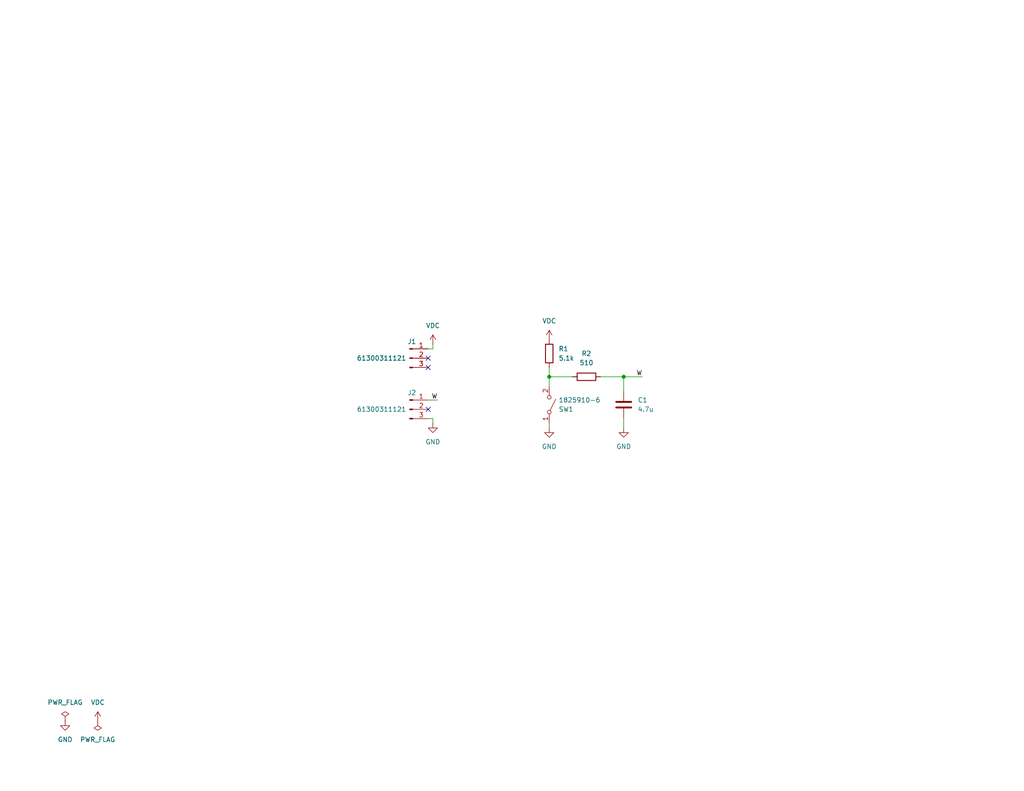
<source format=kicad_sch>
(kicad_sch
	(version 20250114)
	(generator "eeschema")
	(generator_version "9.0")
	(uuid "63e67176-09cf-49e3-81d0-f2af7ec7885d")
	(paper "USLetter")
	(title_block
		(title "SW")
		(date "2025-04-02")
		(rev "1")
	)
	(lib_symbols
		(symbol "Connector:Conn_01x03_Pin"
			(pin_names
				(offset 1.016)
				(hide yes)
			)
			(exclude_from_sim no)
			(in_bom yes)
			(on_board yes)
			(property "Reference" "J"
				(at 0 5.08 0)
				(effects
					(font
						(size 1.27 1.27)
					)
				)
			)
			(property "Value" "Conn_01x03_Pin"
				(at 0 -5.08 0)
				(effects
					(font
						(size 1.27 1.27)
					)
				)
			)
			(property "Footprint" ""
				(at 0 0 0)
				(effects
					(font
						(size 1.27 1.27)
					)
					(hide yes)
				)
			)
			(property "Datasheet" "~"
				(at 0 0 0)
				(effects
					(font
						(size 1.27 1.27)
					)
					(hide yes)
				)
			)
			(property "Description" "Generic connector, single row, 01x03, script generated"
				(at 0 0 0)
				(effects
					(font
						(size 1.27 1.27)
					)
					(hide yes)
				)
			)
			(property "ki_locked" ""
				(at 0 0 0)
				(effects
					(font
						(size 1.27 1.27)
					)
				)
			)
			(property "ki_keywords" "connector"
				(at 0 0 0)
				(effects
					(font
						(size 1.27 1.27)
					)
					(hide yes)
				)
			)
			(property "ki_fp_filters" "Connector*:*_1x??_*"
				(at 0 0 0)
				(effects
					(font
						(size 1.27 1.27)
					)
					(hide yes)
				)
			)
			(symbol "Conn_01x03_Pin_1_1"
				(rectangle
					(start 0.8636 2.667)
					(end 0 2.413)
					(stroke
						(width 0.1524)
						(type default)
					)
					(fill
						(type outline)
					)
				)
				(rectangle
					(start 0.8636 0.127)
					(end 0 -0.127)
					(stroke
						(width 0.1524)
						(type default)
					)
					(fill
						(type outline)
					)
				)
				(rectangle
					(start 0.8636 -2.413)
					(end 0 -2.667)
					(stroke
						(width 0.1524)
						(type default)
					)
					(fill
						(type outline)
					)
				)
				(polyline
					(pts
						(xy 1.27 2.54) (xy 0.8636 2.54)
					)
					(stroke
						(width 0.1524)
						(type default)
					)
					(fill
						(type none)
					)
				)
				(polyline
					(pts
						(xy 1.27 0) (xy 0.8636 0)
					)
					(stroke
						(width 0.1524)
						(type default)
					)
					(fill
						(type none)
					)
				)
				(polyline
					(pts
						(xy 1.27 -2.54) (xy 0.8636 -2.54)
					)
					(stroke
						(width 0.1524)
						(type default)
					)
					(fill
						(type none)
					)
				)
				(pin passive line
					(at 5.08 2.54 180)
					(length 3.81)
					(name "Pin_1"
						(effects
							(font
								(size 1.27 1.27)
							)
						)
					)
					(number "1"
						(effects
							(font
								(size 1.27 1.27)
							)
						)
					)
				)
				(pin passive line
					(at 5.08 0 180)
					(length 3.81)
					(name "Pin_2"
						(effects
							(font
								(size 1.27 1.27)
							)
						)
					)
					(number "2"
						(effects
							(font
								(size 1.27 1.27)
							)
						)
					)
				)
				(pin passive line
					(at 5.08 -2.54 180)
					(length 3.81)
					(name "Pin_3"
						(effects
							(font
								(size 1.27 1.27)
							)
						)
					)
					(number "3"
						(effects
							(font
								(size 1.27 1.27)
							)
						)
					)
				)
			)
			(embedded_fonts no)
		)
		(symbol "Device:C"
			(pin_numbers
				(hide yes)
			)
			(pin_names
				(offset 0.254)
			)
			(exclude_from_sim no)
			(in_bom yes)
			(on_board yes)
			(property "Reference" "C"
				(at 0.635 2.54 0)
				(effects
					(font
						(size 1.27 1.27)
					)
					(justify left)
				)
			)
			(property "Value" "C"
				(at 0.635 -2.54 0)
				(effects
					(font
						(size 1.27 1.27)
					)
					(justify left)
				)
			)
			(property "Footprint" ""
				(at 0.9652 -3.81 0)
				(effects
					(font
						(size 1.27 1.27)
					)
					(hide yes)
				)
			)
			(property "Datasheet" "~"
				(at 0 0 0)
				(effects
					(font
						(size 1.27 1.27)
					)
					(hide yes)
				)
			)
			(property "Description" "Unpolarized capacitor"
				(at 0 0 0)
				(effects
					(font
						(size 1.27 1.27)
					)
					(hide yes)
				)
			)
			(property "ki_keywords" "cap capacitor"
				(at 0 0 0)
				(effects
					(font
						(size 1.27 1.27)
					)
					(hide yes)
				)
			)
			(property "ki_fp_filters" "C_*"
				(at 0 0 0)
				(effects
					(font
						(size 1.27 1.27)
					)
					(hide yes)
				)
			)
			(symbol "C_0_1"
				(polyline
					(pts
						(xy -2.032 0.762) (xy 2.032 0.762)
					)
					(stroke
						(width 0.508)
						(type default)
					)
					(fill
						(type none)
					)
				)
				(polyline
					(pts
						(xy -2.032 -0.762) (xy 2.032 -0.762)
					)
					(stroke
						(width 0.508)
						(type default)
					)
					(fill
						(type none)
					)
				)
			)
			(symbol "C_1_1"
				(pin passive line
					(at 0 3.81 270)
					(length 2.794)
					(name "~"
						(effects
							(font
								(size 1.27 1.27)
							)
						)
					)
					(number "1"
						(effects
							(font
								(size 1.27 1.27)
							)
						)
					)
				)
				(pin passive line
					(at 0 -3.81 90)
					(length 2.794)
					(name "~"
						(effects
							(font
								(size 1.27 1.27)
							)
						)
					)
					(number "2"
						(effects
							(font
								(size 1.27 1.27)
							)
						)
					)
				)
			)
			(embedded_fonts no)
		)
		(symbol "Device:R"
			(pin_numbers
				(hide yes)
			)
			(pin_names
				(offset 0)
			)
			(exclude_from_sim no)
			(in_bom yes)
			(on_board yes)
			(property "Reference" "R"
				(at 2.032 0 90)
				(effects
					(font
						(size 1.27 1.27)
					)
				)
			)
			(property "Value" "R"
				(at 0 0 90)
				(effects
					(font
						(size 1.27 1.27)
					)
				)
			)
			(property "Footprint" ""
				(at -1.778 0 90)
				(effects
					(font
						(size 1.27 1.27)
					)
					(hide yes)
				)
			)
			(property "Datasheet" "~"
				(at 0 0 0)
				(effects
					(font
						(size 1.27 1.27)
					)
					(hide yes)
				)
			)
			(property "Description" "Resistor"
				(at 0 0 0)
				(effects
					(font
						(size 1.27 1.27)
					)
					(hide yes)
				)
			)
			(property "ki_keywords" "R res resistor"
				(at 0 0 0)
				(effects
					(font
						(size 1.27 1.27)
					)
					(hide yes)
				)
			)
			(property "ki_fp_filters" "R_*"
				(at 0 0 0)
				(effects
					(font
						(size 1.27 1.27)
					)
					(hide yes)
				)
			)
			(symbol "R_0_1"
				(rectangle
					(start -1.016 -2.54)
					(end 1.016 2.54)
					(stroke
						(width 0.254)
						(type default)
					)
					(fill
						(type none)
					)
				)
			)
			(symbol "R_1_1"
				(pin passive line
					(at 0 3.81 270)
					(length 1.27)
					(name "~"
						(effects
							(font
								(size 1.27 1.27)
							)
						)
					)
					(number "1"
						(effects
							(font
								(size 1.27 1.27)
							)
						)
					)
				)
				(pin passive line
					(at 0 -3.81 90)
					(length 1.27)
					(name "~"
						(effects
							(font
								(size 1.27 1.27)
							)
						)
					)
					(number "2"
						(effects
							(font
								(size 1.27 1.27)
							)
						)
					)
				)
			)
			(embedded_fonts no)
		)
		(symbol "Switch:SW_SPST"
			(pin_names
				(offset 0)
				(hide yes)
			)
			(exclude_from_sim no)
			(in_bom yes)
			(on_board yes)
			(property "Reference" "SW"
				(at 0 3.175 0)
				(effects
					(font
						(size 1.27 1.27)
					)
				)
			)
			(property "Value" "SW_SPST"
				(at 0 -2.54 0)
				(effects
					(font
						(size 1.27 1.27)
					)
				)
			)
			(property "Footprint" ""
				(at 0 0 0)
				(effects
					(font
						(size 1.27 1.27)
					)
					(hide yes)
				)
			)
			(property "Datasheet" "~"
				(at 0 0 0)
				(effects
					(font
						(size 1.27 1.27)
					)
					(hide yes)
				)
			)
			(property "Description" "Single Pole Single Throw (SPST) switch"
				(at 0 0 0)
				(effects
					(font
						(size 1.27 1.27)
					)
					(hide yes)
				)
			)
			(property "ki_keywords" "switch lever"
				(at 0 0 0)
				(effects
					(font
						(size 1.27 1.27)
					)
					(hide yes)
				)
			)
			(symbol "SW_SPST_0_0"
				(circle
					(center -2.032 0)
					(radius 0.508)
					(stroke
						(width 0)
						(type default)
					)
					(fill
						(type none)
					)
				)
				(polyline
					(pts
						(xy -1.524 0.254) (xy 1.524 1.778)
					)
					(stroke
						(width 0)
						(type default)
					)
					(fill
						(type none)
					)
				)
				(circle
					(center 2.032 0)
					(radius 0.508)
					(stroke
						(width 0)
						(type default)
					)
					(fill
						(type none)
					)
				)
			)
			(symbol "SW_SPST_1_1"
				(pin passive line
					(at -5.08 0 0)
					(length 2.54)
					(name "A"
						(effects
							(font
								(size 1.27 1.27)
							)
						)
					)
					(number "1"
						(effects
							(font
								(size 1.27 1.27)
							)
						)
					)
				)
				(pin passive line
					(at 5.08 0 180)
					(length 2.54)
					(name "B"
						(effects
							(font
								(size 1.27 1.27)
							)
						)
					)
					(number "2"
						(effects
							(font
								(size 1.27 1.27)
							)
						)
					)
				)
			)
			(embedded_fonts no)
		)
		(symbol "power:GND"
			(power)
			(pin_numbers
				(hide yes)
			)
			(pin_names
				(offset 0)
				(hide yes)
			)
			(exclude_from_sim no)
			(in_bom yes)
			(on_board yes)
			(property "Reference" "#PWR"
				(at 0 -6.35 0)
				(effects
					(font
						(size 1.27 1.27)
					)
					(hide yes)
				)
			)
			(property "Value" "GND"
				(at 0 -3.81 0)
				(effects
					(font
						(size 1.27 1.27)
					)
				)
			)
			(property "Footprint" ""
				(at 0 0 0)
				(effects
					(font
						(size 1.27 1.27)
					)
					(hide yes)
				)
			)
			(property "Datasheet" ""
				(at 0 0 0)
				(effects
					(font
						(size 1.27 1.27)
					)
					(hide yes)
				)
			)
			(property "Description" "Power symbol creates a global label with name \"GND\" , ground"
				(at 0 0 0)
				(effects
					(font
						(size 1.27 1.27)
					)
					(hide yes)
				)
			)
			(property "ki_keywords" "global power"
				(at 0 0 0)
				(effects
					(font
						(size 1.27 1.27)
					)
					(hide yes)
				)
			)
			(symbol "GND_0_1"
				(polyline
					(pts
						(xy 0 0) (xy 0 -1.27) (xy 1.27 -1.27) (xy 0 -2.54) (xy -1.27 -1.27) (xy 0 -1.27)
					)
					(stroke
						(width 0)
						(type default)
					)
					(fill
						(type none)
					)
				)
			)
			(symbol "GND_1_1"
				(pin power_in line
					(at 0 0 270)
					(length 0)
					(name "~"
						(effects
							(font
								(size 1.27 1.27)
							)
						)
					)
					(number "1"
						(effects
							(font
								(size 1.27 1.27)
							)
						)
					)
				)
			)
			(embedded_fonts no)
		)
		(symbol "power:PWR_FLAG"
			(power)
			(pin_numbers
				(hide yes)
			)
			(pin_names
				(offset 0)
				(hide yes)
			)
			(exclude_from_sim no)
			(in_bom yes)
			(on_board yes)
			(property "Reference" "#FLG"
				(at 0 1.905 0)
				(effects
					(font
						(size 1.27 1.27)
					)
					(hide yes)
				)
			)
			(property "Value" "PWR_FLAG"
				(at 0 3.81 0)
				(effects
					(font
						(size 1.27 1.27)
					)
				)
			)
			(property "Footprint" ""
				(at 0 0 0)
				(effects
					(font
						(size 1.27 1.27)
					)
					(hide yes)
				)
			)
			(property "Datasheet" "~"
				(at 0 0 0)
				(effects
					(font
						(size 1.27 1.27)
					)
					(hide yes)
				)
			)
			(property "Description" "Special symbol for telling ERC where power comes from"
				(at 0 0 0)
				(effects
					(font
						(size 1.27 1.27)
					)
					(hide yes)
				)
			)
			(property "ki_keywords" "flag power"
				(at 0 0 0)
				(effects
					(font
						(size 1.27 1.27)
					)
					(hide yes)
				)
			)
			(symbol "PWR_FLAG_0_0"
				(pin power_out line
					(at 0 0 90)
					(length 0)
					(name "~"
						(effects
							(font
								(size 1.27 1.27)
							)
						)
					)
					(number "1"
						(effects
							(font
								(size 1.27 1.27)
							)
						)
					)
				)
			)
			(symbol "PWR_FLAG_0_1"
				(polyline
					(pts
						(xy 0 0) (xy 0 1.27) (xy -1.016 1.905) (xy 0 2.54) (xy 1.016 1.905) (xy 0 1.27)
					)
					(stroke
						(width 0)
						(type default)
					)
					(fill
						(type none)
					)
				)
			)
			(embedded_fonts no)
		)
		(symbol "power:VDC"
			(power)
			(pin_numbers
				(hide yes)
			)
			(pin_names
				(offset 0)
				(hide yes)
			)
			(exclude_from_sim no)
			(in_bom yes)
			(on_board yes)
			(property "Reference" "#PWR"
				(at 0 -3.81 0)
				(effects
					(font
						(size 1.27 1.27)
					)
					(hide yes)
				)
			)
			(property "Value" "VDC"
				(at 0 3.556 0)
				(effects
					(font
						(size 1.27 1.27)
					)
				)
			)
			(property "Footprint" ""
				(at 0 0 0)
				(effects
					(font
						(size 1.27 1.27)
					)
					(hide yes)
				)
			)
			(property "Datasheet" ""
				(at 0 0 0)
				(effects
					(font
						(size 1.27 1.27)
					)
					(hide yes)
				)
			)
			(property "Description" "Power symbol creates a global label with name \"VDC\""
				(at 0 0 0)
				(effects
					(font
						(size 1.27 1.27)
					)
					(hide yes)
				)
			)
			(property "ki_keywords" "global power"
				(at 0 0 0)
				(effects
					(font
						(size 1.27 1.27)
					)
					(hide yes)
				)
			)
			(symbol "VDC_0_1"
				(polyline
					(pts
						(xy -0.762 1.27) (xy 0 2.54)
					)
					(stroke
						(width 0)
						(type default)
					)
					(fill
						(type none)
					)
				)
				(polyline
					(pts
						(xy 0 2.54) (xy 0.762 1.27)
					)
					(stroke
						(width 0)
						(type default)
					)
					(fill
						(type none)
					)
				)
				(polyline
					(pts
						(xy 0 0) (xy 0 2.54)
					)
					(stroke
						(width 0)
						(type default)
					)
					(fill
						(type none)
					)
				)
			)
			(symbol "VDC_1_1"
				(pin power_in line
					(at 0 0 90)
					(length 0)
					(name "~"
						(effects
							(font
								(size 1.27 1.27)
							)
						)
					)
					(number "1"
						(effects
							(font
								(size 1.27 1.27)
							)
						)
					)
				)
			)
			(embedded_fonts no)
		)
	)
	(junction
		(at 170.18 102.87)
		(diameter 0)
		(color 0 0 0 0)
		(uuid "7115c2da-25db-43b3-9a02-5f51fa91f23c")
	)
	(junction
		(at 149.86 102.87)
		(diameter 0)
		(color 0 0 0 0)
		(uuid "d410432d-b006-47c7-8fae-84db44469db5")
	)
	(no_connect
		(at 116.84 100.33)
		(uuid "15064ceb-e254-4786-b48d-e085efffbc88")
	)
	(no_connect
		(at 116.84 97.79)
		(uuid "61154001-1466-4ab5-a3a3-8a246be46095")
	)
	(no_connect
		(at 116.84 111.76)
		(uuid "dff6aa83-9055-4a5b-b701-7918c38ab41c")
	)
	(wire
		(pts
			(xy 149.86 100.33) (xy 149.86 102.87)
		)
		(stroke
			(width 0)
			(type default)
		)
		(uuid "4ff8d4ee-73e4-458f-b92b-da52b931fe5e")
	)
	(wire
		(pts
			(xy 163.83 102.87) (xy 170.18 102.87)
		)
		(stroke
			(width 0)
			(type default)
		)
		(uuid "5d01f398-ab95-46e7-8471-efd12d2c52d3")
	)
	(wire
		(pts
			(xy 170.18 102.87) (xy 170.18 106.68)
		)
		(stroke
			(width 0)
			(type default)
		)
		(uuid "61b4058c-cbeb-41f5-92b5-fe9385988445")
	)
	(wire
		(pts
			(xy 149.86 116.84) (xy 149.86 115.57)
		)
		(stroke
			(width 0)
			(type default)
		)
		(uuid "6bd92410-bdf2-4d73-b1fe-1fc240368658")
	)
	(wire
		(pts
			(xy 175.26 102.87) (xy 170.18 102.87)
		)
		(stroke
			(width 0)
			(type default)
		)
		(uuid "766f548d-0043-4f34-afcd-976816b1fdd7")
	)
	(wire
		(pts
			(xy 116.84 114.3) (xy 118.11 114.3)
		)
		(stroke
			(width 0)
			(type default)
		)
		(uuid "76e31187-de84-411e-ba78-53896cd092be")
	)
	(wire
		(pts
			(xy 118.11 114.3) (xy 118.11 115.57)
		)
		(stroke
			(width 0)
			(type default)
		)
		(uuid "7971da13-2b8e-4973-a113-a56498576ba9")
	)
	(wire
		(pts
			(xy 119.38 109.22) (xy 116.84 109.22)
		)
		(stroke
			(width 0)
			(type default)
		)
		(uuid "7e20632b-28cd-4a87-b5ef-3cfa68b49a21")
	)
	(wire
		(pts
			(xy 118.11 95.25) (xy 116.84 95.25)
		)
		(stroke
			(width 0)
			(type default)
		)
		(uuid "840c4748-dc74-4993-9b2e-7498fe2b30f8")
	)
	(wire
		(pts
			(xy 170.18 116.84) (xy 170.18 114.3)
		)
		(stroke
			(width 0)
			(type default)
		)
		(uuid "910f209f-171e-4e60-bc83-f2c75f8cfeea")
	)
	(wire
		(pts
			(xy 149.86 102.87) (xy 149.86 105.41)
		)
		(stroke
			(width 0)
			(type default)
		)
		(uuid "d0952439-6dc9-44c7-9ae6-cdc66433fb94")
	)
	(wire
		(pts
			(xy 149.86 102.87) (xy 156.21 102.87)
		)
		(stroke
			(width 0)
			(type default)
		)
		(uuid "d40ae9d5-594f-4df0-9190-11d620724bb9")
	)
	(wire
		(pts
			(xy 118.11 93.98) (xy 118.11 95.25)
		)
		(stroke
			(width 0)
			(type default)
		)
		(uuid "fb747f42-3170-4ac2-9fc5-60ba688c1ea8")
	)
	(label "W"
		(at 119.38 109.22 180)
		(effects
			(font
				(size 1.27 1.27)
			)
			(justify right bottom)
		)
		(uuid "06d7f115-ef02-4d9d-9c00-6b0c0683b1b6")
	)
	(label "W"
		(at 175.26 102.87 180)
		(effects
			(font
				(size 1.27 1.27)
			)
			(justify right bottom)
		)
		(uuid "d77fe9c6-8725-4695-a9ac-e3373bb87583")
	)
	(symbol
		(lib_id "power:GND")
		(at 149.86 116.84 0)
		(unit 1)
		(exclude_from_sim no)
		(in_bom yes)
		(on_board yes)
		(dnp no)
		(fields_autoplaced yes)
		(uuid "19f2d892-c117-4745-94f6-2c1525fa9dd2")
		(property "Reference" "#PWR08"
			(at 149.86 123.19 0)
			(effects
				(font
					(size 1.27 1.27)
				)
				(hide yes)
			)
		)
		(property "Value" "GND"
			(at 149.86 121.92 0)
			(effects
				(font
					(size 1.27 1.27)
				)
			)
		)
		(property "Footprint" ""
			(at 149.86 116.84 0)
			(effects
				(font
					(size 1.27 1.27)
				)
				(hide yes)
			)
		)
		(property "Datasheet" ""
			(at 149.86 116.84 0)
			(effects
				(font
					(size 1.27 1.27)
				)
				(hide yes)
			)
		)
		(property "Description" "Power symbol creates a global label with name \"GND\" , ground"
			(at 149.86 116.84 0)
			(effects
				(font
					(size 1.27 1.27)
				)
				(hide yes)
			)
		)
		(pin "1"
			(uuid "f99182f1-614e-430d-abae-49911bd5a35d")
		)
		(instances
			(project "SW"
				(path "/63e67176-09cf-49e3-81d0-f2af7ec7885d"
					(reference "#PWR08")
					(unit 1)
				)
			)
		)
	)
	(symbol
		(lib_id "power:PWR_FLAG")
		(at 17.78 196.85 0)
		(unit 1)
		(exclude_from_sim no)
		(in_bom yes)
		(on_board yes)
		(dnp no)
		(fields_autoplaced yes)
		(uuid "1d957e76-c1fd-44dd-b00e-8b1f25219896")
		(property "Reference" "#FLG01"
			(at 17.78 194.945 0)
			(effects
				(font
					(size 1.27 1.27)
				)
				(hide yes)
			)
		)
		(property "Value" "PWR_FLAG"
			(at 17.78 191.77 0)
			(effects
				(font
					(size 1.27 1.27)
				)
			)
		)
		(property "Footprint" ""
			(at 17.78 196.85 0)
			(effects
				(font
					(size 1.27 1.27)
				)
				(hide yes)
			)
		)
		(property "Datasheet" "~"
			(at 17.78 196.85 0)
			(effects
				(font
					(size 1.27 1.27)
				)
				(hide yes)
			)
		)
		(property "Description" "Special symbol for telling ERC where power comes from"
			(at 17.78 196.85 0)
			(effects
				(font
					(size 1.27 1.27)
				)
				(hide yes)
			)
		)
		(pin "1"
			(uuid "2bae2c8c-ddc2-4e86-8e68-c82dc09470a4")
		)
		(instances
			(project ""
				(path "/63e67176-09cf-49e3-81d0-f2af7ec7885d"
					(reference "#FLG01")
					(unit 1)
				)
			)
		)
	)
	(symbol
		(lib_id "power:VDC")
		(at 26.67 196.85 0)
		(unit 1)
		(exclude_from_sim no)
		(in_bom yes)
		(on_board yes)
		(dnp no)
		(fields_autoplaced yes)
		(uuid "20eee1f6-5306-4280-8f2a-257807fdd422")
		(property "Reference" "#PWR02"
			(at 26.67 200.66 0)
			(effects
				(font
					(size 1.27 1.27)
				)
				(hide yes)
			)
		)
		(property "Value" "VDC"
			(at 26.67 191.77 0)
			(effects
				(font
					(size 1.27 1.27)
				)
			)
		)
		(property "Footprint" ""
			(at 26.67 196.85 0)
			(effects
				(font
					(size 1.27 1.27)
				)
				(hide yes)
			)
		)
		(property "Datasheet" ""
			(at 26.67 196.85 0)
			(effects
				(font
					(size 1.27 1.27)
				)
				(hide yes)
			)
		)
		(property "Description" "Power symbol creates a global label with name \"VDC\""
			(at 26.67 196.85 0)
			(effects
				(font
					(size 1.27 1.27)
				)
				(hide yes)
			)
		)
		(pin "1"
			(uuid "2c6a3721-0a35-4cc1-b8cf-1771501eaed2")
		)
		(instances
			(project ""
				(path "/63e67176-09cf-49e3-81d0-f2af7ec7885d"
					(reference "#PWR02")
					(unit 1)
				)
			)
		)
	)
	(symbol
		(lib_id "power:GND")
		(at 17.78 196.85 0)
		(unit 1)
		(exclude_from_sim no)
		(in_bom yes)
		(on_board yes)
		(dnp no)
		(fields_autoplaced yes)
		(uuid "28db1a02-d061-4303-abc8-314bbfa8dc91")
		(property "Reference" "#PWR01"
			(at 17.78 203.2 0)
			(effects
				(font
					(size 1.27 1.27)
				)
				(hide yes)
			)
		)
		(property "Value" "GND"
			(at 17.78 201.93 0)
			(effects
				(font
					(size 1.27 1.27)
				)
			)
		)
		(property "Footprint" ""
			(at 17.78 196.85 0)
			(effects
				(font
					(size 1.27 1.27)
				)
				(hide yes)
			)
		)
		(property "Datasheet" ""
			(at 17.78 196.85 0)
			(effects
				(font
					(size 1.27 1.27)
				)
				(hide yes)
			)
		)
		(property "Description" "Power symbol creates a global label with name \"GND\" , ground"
			(at 17.78 196.85 0)
			(effects
				(font
					(size 1.27 1.27)
				)
				(hide yes)
			)
		)
		(pin "1"
			(uuid "f11b4c1b-fa76-46ba-b82c-50e0f4c71569")
		)
		(instances
			(project ""
				(path "/63e67176-09cf-49e3-81d0-f2af7ec7885d"
					(reference "#PWR01")
					(unit 1)
				)
			)
		)
	)
	(symbol
		(lib_id "power:GND")
		(at 118.11 115.57 0)
		(unit 1)
		(exclude_from_sim no)
		(in_bom yes)
		(on_board yes)
		(dnp no)
		(fields_autoplaced yes)
		(uuid "3473c40a-c325-48e7-89de-2d3050fcd5b6")
		(property "Reference" "#PWR06"
			(at 118.11 121.92 0)
			(effects
				(font
					(size 1.27 1.27)
				)
				(hide yes)
			)
		)
		(property "Value" "GND"
			(at 118.11 120.65 0)
			(effects
				(font
					(size 1.27 1.27)
				)
			)
		)
		(property "Footprint" ""
			(at 118.11 115.57 0)
			(effects
				(font
					(size 1.27 1.27)
				)
				(hide yes)
			)
		)
		(property "Datasheet" ""
			(at 118.11 115.57 0)
			(effects
				(font
					(size 1.27 1.27)
				)
				(hide yes)
			)
		)
		(property "Description" "Power symbol creates a global label with name \"GND\" , ground"
			(at 118.11 115.57 0)
			(effects
				(font
					(size 1.27 1.27)
				)
				(hide yes)
			)
		)
		(pin "1"
			(uuid "9f9cf809-f712-4daf-af63-eebacdcbea91")
		)
		(instances
			(project "SW"
				(path "/63e67176-09cf-49e3-81d0-f2af7ec7885d"
					(reference "#PWR06")
					(unit 1)
				)
			)
		)
	)
	(symbol
		(lib_id "power:PWR_FLAG")
		(at 26.67 196.85 0)
		(mirror x)
		(unit 1)
		(exclude_from_sim no)
		(in_bom yes)
		(on_board yes)
		(dnp no)
		(uuid "5d401cfe-b6c4-4937-b193-de6ed39ee75c")
		(property "Reference" "#FLG02"
			(at 26.67 198.755 0)
			(effects
				(font
					(size 1.27 1.27)
				)
				(hide yes)
			)
		)
		(property "Value" "PWR_FLAG"
			(at 26.67 201.93 0)
			(effects
				(font
					(size 1.27 1.27)
				)
			)
		)
		(property "Footprint" ""
			(at 26.67 196.85 0)
			(effects
				(font
					(size 1.27 1.27)
				)
				(hide yes)
			)
		)
		(property "Datasheet" "~"
			(at 26.67 196.85 0)
			(effects
				(font
					(size 1.27 1.27)
				)
				(hide yes)
			)
		)
		(property "Description" "Special symbol for telling ERC where power comes from"
			(at 26.67 196.85 0)
			(effects
				(font
					(size 1.27 1.27)
				)
				(hide yes)
			)
		)
		(pin "1"
			(uuid "122c3e3e-c16f-4121-a803-41b0612e6621")
		)
		(instances
			(project "SW"
				(path "/63e67176-09cf-49e3-81d0-f2af7ec7885d"
					(reference "#FLG02")
					(unit 1)
				)
			)
		)
	)
	(symbol
		(lib_id "Device:R")
		(at 160.02 102.87 90)
		(unit 1)
		(exclude_from_sim no)
		(in_bom yes)
		(on_board yes)
		(dnp no)
		(uuid "7947debf-2342-42bd-984f-760b0f8a3d9a")
		(property "Reference" "R2"
			(at 160.02 96.52 90)
			(effects
				(font
					(size 1.27 1.27)
				)
			)
		)
		(property "Value" "510"
			(at 160.02 99.06 90)
			(effects
				(font
					(size 1.27 1.27)
				)
			)
		)
		(property "Footprint" "Resistor_SMD:R_0603_1608Metric"
			(at 160.02 104.648 90)
			(effects
				(font
					(size 1.27 1.27)
				)
				(hide yes)
			)
		)
		(property "Datasheet" "https://www.yageo.com/upload/media/product/products/datasheet/rchip/PYu-RC_Group_51_RoHS_L_12.pdf"
			(at 160.02 102.87 0)
			(effects
				(font
					(size 1.27 1.27)
				)
				(hide yes)
			)
		)
		(property "Description" "510 Ohms ±1% 0.1W, 1/10W Chip Resistor 0603"
			(at 160.02 102.87 0)
			(effects
				(font
					(size 1.27 1.27)
				)
				(hide yes)
			)
		)
		(pin "2"
			(uuid "c4e061e3-c6c0-4832-8c35-16e1e02315bf")
		)
		(pin "1"
			(uuid "43ac5698-233e-4804-8d5d-fc9b10eab9b7")
		)
		(instances
			(project "SW"
				(path "/63e67176-09cf-49e3-81d0-f2af7ec7885d"
					(reference "R2")
					(unit 1)
				)
			)
		)
	)
	(symbol
		(lib_id "Switch:SW_SPST")
		(at 149.86 110.49 270)
		(mirror x)
		(unit 1)
		(exclude_from_sim no)
		(in_bom yes)
		(on_board yes)
		(dnp no)
		(uuid "96de4cb3-3b14-479b-9f68-2972d0b92c71")
		(property "Reference" "SW1"
			(at 152.4 111.7601 90)
			(effects
				(font
					(size 1.27 1.27)
				)
				(justify left)
			)
		)
		(property "Value" "1825910-6"
			(at 152.4 109.2201 90)
			(effects
				(font
					(size 1.27 1.27)
				)
				(justify left)
			)
		)
		(property "Footprint" "Button_Switch_THT:SW_DIP_SPSTx01_Slide_9.78x4.72mm_W7.62mm_P2.54mm"
			(at 149.86 110.49 0)
			(effects
				(font
					(size 1.27 1.27)
				)
				(hide yes)
			)
		)
		(property "Datasheet" "https://www.te.com/commerce/DocumentDelivery/DDEController?Action=srchrtrv&DocNm=1308111-1_SWITCHES_CORE_PROGRAM_CATALOG&DocType=Catalog%20Section&DocLang=English&DocFormat=pdf&PartCntxt=1825910-6"
			(at 149.86 110.49 0)
			(effects
				(font
					(size 1.27 1.27)
				)
				(hide yes)
			)
		)
		(property "Description" "Dip Switch SPST 1 Position Slide (Standard) Actuator 25mA 24VDC"
			(at 149.86 110.49 0)
			(effects
				(font
					(size 1.27 1.27)
				)
				(hide yes)
			)
		)
		(pin "2"
			(uuid "f5ee82e5-da8f-483a-a239-948958103135")
		)
		(pin "1"
			(uuid "508f0c4d-228a-4785-bada-27701b392b11")
		)
		(instances
			(project ""
				(path "/63e67176-09cf-49e3-81d0-f2af7ec7885d"
					(reference "SW1")
					(unit 1)
				)
			)
		)
	)
	(symbol
		(lib_id "Device:R")
		(at 149.86 96.52 0)
		(unit 1)
		(exclude_from_sim no)
		(in_bom yes)
		(on_board yes)
		(dnp no)
		(fields_autoplaced yes)
		(uuid "98c86594-def7-4622-b88c-d35a4181c3f8")
		(property "Reference" "R1"
			(at 152.4 95.2499 0)
			(effects
				(font
					(size 1.27 1.27)
				)
				(justify left)
			)
		)
		(property "Value" "5.1k"
			(at 152.4 97.7899 0)
			(effects
				(font
					(size 1.27 1.27)
				)
				(justify left)
			)
		)
		(property "Footprint" "Resistor_SMD:R_0603_1608Metric"
			(at 148.082 96.52 90)
			(effects
				(font
					(size 1.27 1.27)
				)
				(hide yes)
			)
		)
		(property "Datasheet" "https://www.yageo.com/upload/media/product/products/datasheet/rchip/PYu-RC_Group_51_RoHS_L_12.pdf"
			(at 149.86 96.52 0)
			(effects
				(font
					(size 1.27 1.27)
				)
				(hide yes)
			)
		)
		(property "Description" "5.1 kOhms ±1% 0.1W, 1/10W Chip Resistor 0603"
			(at 149.86 96.52 0)
			(effects
				(font
					(size 1.27 1.27)
				)
				(hide yes)
			)
		)
		(pin "2"
			(uuid "f564df59-e00f-4804-9969-42a4b421d980")
		)
		(pin "1"
			(uuid "e390c385-900d-4412-bb9d-e8802eea2681")
		)
		(instances
			(project "SW"
				(path "/63e67176-09cf-49e3-81d0-f2af7ec7885d"
					(reference "R1")
					(unit 1)
				)
			)
		)
	)
	(symbol
		(lib_id "power:GND")
		(at 170.18 116.84 0)
		(unit 1)
		(exclude_from_sim no)
		(in_bom yes)
		(on_board yes)
		(dnp no)
		(fields_autoplaced yes)
		(uuid "b125c5b9-be00-4626-9621-7604f2c119d0")
		(property "Reference" "#PWR04"
			(at 170.18 123.19 0)
			(effects
				(font
					(size 1.27 1.27)
				)
				(hide yes)
			)
		)
		(property "Value" "GND"
			(at 170.18 121.92 0)
			(effects
				(font
					(size 1.27 1.27)
				)
			)
		)
		(property "Footprint" ""
			(at 170.18 116.84 0)
			(effects
				(font
					(size 1.27 1.27)
				)
				(hide yes)
			)
		)
		(property "Datasheet" ""
			(at 170.18 116.84 0)
			(effects
				(font
					(size 1.27 1.27)
				)
				(hide yes)
			)
		)
		(property "Description" "Power symbol creates a global label with name \"GND\" , ground"
			(at 170.18 116.84 0)
			(effects
				(font
					(size 1.27 1.27)
				)
				(hide yes)
			)
		)
		(pin "1"
			(uuid "d923f008-f17b-40b4-8e70-5432094f09e8")
		)
		(instances
			(project "SW"
				(path "/63e67176-09cf-49e3-81d0-f2af7ec7885d"
					(reference "#PWR04")
					(unit 1)
				)
			)
		)
	)
	(symbol
		(lib_id "Connector:Conn_01x03_Pin")
		(at 111.76 97.79 0)
		(unit 1)
		(exclude_from_sim no)
		(in_bom yes)
		(on_board yes)
		(dnp no)
		(uuid "d0e729a7-b3ed-4e7f-8dac-56a68fed62f1")
		(property "Reference" "J1"
			(at 112.395 93.98 0)
			(effects
				(font
					(size 1.27 1.27)
				)
				(justify bottom)
			)
		)
		(property "Value" "61300311121"
			(at 110.871 97.79 0)
			(effects
				(font
					(size 1.27 1.27)
				)
				(justify right)
			)
		)
		(property "Footprint" "Logic:PinHeader_1x03_P2.54mm_Vertical_Top"
			(at 111.76 97.79 0)
			(effects
				(font
					(size 1.27 1.27)
				)
				(hide yes)
			)
		)
		(property "Datasheet" "https://www.we-online.com/components/products/datasheet/61300311121.pdf"
			(at 111.76 97.79 0)
			(effects
				(font
					(size 1.27 1.27)
				)
				(hide yes)
			)
		)
		(property "Description" "Connector Header Through Hole 3 position 0.100\""
			(at 111.76 97.79 0)
			(effects
				(font
					(size 1.27 1.27)
				)
				(hide yes)
			)
		)
		(pin "1"
			(uuid "3c391776-0ffa-4a3e-9664-d496de290f61")
		)
		(pin "3"
			(uuid "3f202f81-db52-4468-85c9-e0df0f2bd644")
		)
		(pin "2"
			(uuid "6bd6dc1e-89ea-4466-b4e7-80a6983efa22")
		)
		(instances
			(project "SW"
				(path "/63e67176-09cf-49e3-81d0-f2af7ec7885d"
					(reference "J1")
					(unit 1)
				)
			)
		)
	)
	(symbol
		(lib_id "Connector:Conn_01x03_Pin")
		(at 111.76 111.76 0)
		(unit 1)
		(exclude_from_sim no)
		(in_bom yes)
		(on_board yes)
		(dnp no)
		(uuid "d1260533-6bce-4a50-a015-0b1111345600")
		(property "Reference" "J2"
			(at 112.395 107.95 0)
			(effects
				(font
					(size 1.27 1.27)
				)
				(justify bottom)
			)
		)
		(property "Value" "61300311121"
			(at 110.871 111.76 0)
			(effects
				(font
					(size 1.27 1.27)
				)
				(justify right)
			)
		)
		(property "Footprint" "Logic:PinHeader_1x03_P2.54mm_Vertical_Bottom"
			(at 111.76 111.76 0)
			(effects
				(font
					(size 1.27 1.27)
				)
				(hide yes)
			)
		)
		(property "Datasheet" "https://www.we-online.com/components/products/datasheet/61300311121.pdf"
			(at 111.76 111.76 0)
			(effects
				(font
					(size 1.27 1.27)
				)
				(hide yes)
			)
		)
		(property "Description" "Connector Header Through Hole 3 position 0.100\""
			(at 111.76 111.76 0)
			(effects
				(font
					(size 1.27 1.27)
				)
				(hide yes)
			)
		)
		(pin "1"
			(uuid "bc49bcfa-c5ef-4cb7-a7a7-824578977dbf")
		)
		(pin "3"
			(uuid "26b59f25-0548-428a-941e-13f1d33e9440")
		)
		(pin "2"
			(uuid "3389f259-0019-4006-8395-d06a2cd07c72")
		)
		(instances
			(project "SW"
				(path "/63e67176-09cf-49e3-81d0-f2af7ec7885d"
					(reference "J2")
					(unit 1)
				)
			)
		)
	)
	(symbol
		(lib_id "power:VDC")
		(at 118.11 93.98 0)
		(unit 1)
		(exclude_from_sim no)
		(in_bom yes)
		(on_board yes)
		(dnp no)
		(fields_autoplaced yes)
		(uuid "d38e70b3-889e-443c-8d93-3abe52de6c52")
		(property "Reference" "#PWR03"
			(at 118.11 97.79 0)
			(effects
				(font
					(size 1.27 1.27)
				)
				(hide yes)
			)
		)
		(property "Value" "VDC"
			(at 118.11 88.9 0)
			(effects
				(font
					(size 1.27 1.27)
				)
			)
		)
		(property "Footprint" ""
			(at 118.11 93.98 0)
			(effects
				(font
					(size 1.27 1.27)
				)
				(hide yes)
			)
		)
		(property "Datasheet" ""
			(at 118.11 93.98 0)
			(effects
				(font
					(size 1.27 1.27)
				)
				(hide yes)
			)
		)
		(property "Description" "Power symbol creates a global label with name \"VDC\""
			(at 118.11 93.98 0)
			(effects
				(font
					(size 1.27 1.27)
				)
				(hide yes)
			)
		)
		(pin "1"
			(uuid "be8bb07e-ff95-4c4a-b694-f1a15de4afcd")
		)
		(instances
			(project "SW"
				(path "/63e67176-09cf-49e3-81d0-f2af7ec7885d"
					(reference "#PWR03")
					(unit 1)
				)
			)
		)
	)
	(symbol
		(lib_id "power:VDC")
		(at 149.86 92.71 0)
		(unit 1)
		(exclude_from_sim no)
		(in_bom yes)
		(on_board yes)
		(dnp no)
		(fields_autoplaced yes)
		(uuid "e13e9c45-705e-4f34-a6e6-0fef9a049569")
		(property "Reference" "#PWR07"
			(at 149.86 96.52 0)
			(effects
				(font
					(size 1.27 1.27)
				)
				(hide yes)
			)
		)
		(property "Value" "VDC"
			(at 149.86 87.63 0)
			(effects
				(font
					(size 1.27 1.27)
				)
			)
		)
		(property "Footprint" ""
			(at 149.86 92.71 0)
			(effects
				(font
					(size 1.27 1.27)
				)
				(hide yes)
			)
		)
		(property "Datasheet" ""
			(at 149.86 92.71 0)
			(effects
				(font
					(size 1.27 1.27)
				)
				(hide yes)
			)
		)
		(property "Description" "Power symbol creates a global label with name \"VDC\""
			(at 149.86 92.71 0)
			(effects
				(font
					(size 1.27 1.27)
				)
				(hide yes)
			)
		)
		(pin "1"
			(uuid "d17dbfd5-1776-41b6-a3a5-693d943c61ea")
		)
		(instances
			(project "SW"
				(path "/63e67176-09cf-49e3-81d0-f2af7ec7885d"
					(reference "#PWR07")
					(unit 1)
				)
			)
		)
	)
	(symbol
		(lib_id "Device:C")
		(at 170.18 110.49 0)
		(unit 1)
		(exclude_from_sim no)
		(in_bom yes)
		(on_board yes)
		(dnp no)
		(fields_autoplaced yes)
		(uuid "e6a72e86-e30f-450b-a3d7-87ef8a3345ca")
		(property "Reference" "C1"
			(at 173.99 109.2199 0)
			(effects
				(font
					(size 1.27 1.27)
				)
				(justify left)
			)
		)
		(property "Value" "4.7u"
			(at 173.99 111.7599 0)
			(effects
				(font
					(size 1.27 1.27)
				)
				(justify left)
			)
		)
		(property "Footprint" "Capacitor_SMD:C_0603_1608Metric"
			(at 171.1452 114.3 0)
			(effects
				(font
					(size 1.27 1.27)
				)
				(hide yes)
			)
		)
		(property "Datasheet" "https://product.tdk.com/system/files/dam/doc/product/capacitor/ceramic/mlcc/catalog/mlcc_commercial_general_en.pdf"
			(at 170.18 110.49 0)
			(effects
				(font
					(size 1.27 1.27)
				)
				(hide yes)
			)
		)
		(property "Description" "4.7 µF ±10% 25V Ceramic Capacitor X5R 0603"
			(at 170.18 110.49 0)
			(effects
				(font
					(size 1.27 1.27)
				)
				(hide yes)
			)
		)
		(pin "1"
			(uuid "404d825a-485a-4d8a-a5c9-cc9579bbfd5b")
		)
		(pin "2"
			(uuid "3fb19cb1-7df2-4a93-9b55-276bb4c8f9a9")
		)
		(instances
			(project "SW"
				(path "/63e67176-09cf-49e3-81d0-f2af7ec7885d"
					(reference "C1")
					(unit 1)
				)
			)
		)
	)
	(sheet_instances
		(path "/"
			(page "1")
		)
	)
	(embedded_fonts no)
	(embedded_files
		(file
			(name "Simple Sheet.kicad_wks")
			(type worksheet)
			(data |KLUv/WC4BaUQAIYZUCEAtXNqxYqxts+uRjYlx9oACzQpZkWEvYeYDir//y5VMAFEAEAARwByvtLN
				3cBMa/irsGnJc9qjIq70ixVmzXOJhj3ijv+AmsP4AwLVtU09znyfX9vb5cqb+CpxyevV0vByKD70
				iDLe1lFPDJfrtV1/l5eUp7Mfd/6a9pnT9yrI3o16VwZB28VX1697leMrzErMyznfd+swvqKoM7jV
				+O74grbbch/bnA29sQqHIxKnzMJoZLJLpaKZBl9wb417L+lyV+5O0tAOQR3s+mSQLuyS4zg5q0J8
				V6uZx66H9kNN6j3i5hqTBey6xEij21XaG3/4BoBAdbikQlGwDBBGJHtoDuro6Lc1PcKSM3tYNMvX
				1HJNj76ZOZVpGQSEk8DT3ht4reaXP9tEISclmzAmJVrxPssZrohEq2iYjBJiisIKWaARtXNqaCYo
				SAqS1gxgRIRGqQ4Q4AMibRdJTanNodpbaIC9xhamdoRaKkUw+x4DSta4qKIFtLU4bMUtnK5c5IzR
				HxDEKhCDcwc5ILZVEfITW2yY31UrxTphpduqdM/KkvVdD8An23xb84PRC5yFcbxCD6I4GTxIMTSW
				2UFz3Mt4n4/AZc6JGkaHBFqOvs/e2C2LsGUFmeM98Q9AHCqDFqsdYREJbgftSsELZBdZc2HACAHI
				IDdDZgOULjeFowqNEnMM+iJ+ed/WQnvCubWrogI=|
			)
			(checksum "9B4265E182DB3D4F6F8CDBC1FE03B1AD")
		)
	)
)

</source>
